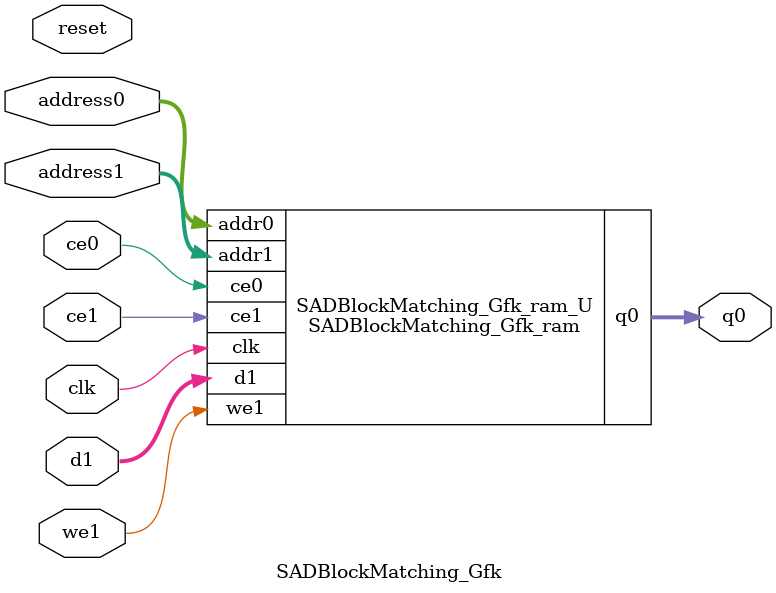
<source format=v>

`timescale 1 ns / 1 ps
module SADBlockMatching_Gfk_ram (addr0, ce0, q0, addr1, ce1, d1, we1,  clk);

parameter DWIDTH = 32;
parameter AWIDTH = 11;
parameter MEM_SIZE = 1292;

input[AWIDTH-1:0] addr0;
input ce0;
output reg[DWIDTH-1:0] q0;
input[AWIDTH-1:0] addr1;
input ce1;
input[DWIDTH-1:0] d1;
input we1;
input clk;

(* ram_style = "block" *)reg [DWIDTH-1:0] ram[0:MEM_SIZE-1];




always @(posedge clk)  
begin 
    if (ce0) 
    begin
            q0 <= ram[addr0];
    end
end


always @(posedge clk)  
begin 
    if (ce1) 
    begin
        if (we1) 
        begin 
            ram[addr1] <= d1; 
        end 
    end
end


endmodule


`timescale 1 ns / 1 ps
module SADBlockMatching_Gfk(
    reset,
    clk,
    address0,
    ce0,
    q0,
    address1,
    ce1,
    we1,
    d1);

parameter DataWidth = 32'd32;
parameter AddressRange = 32'd1292;
parameter AddressWidth = 32'd11;
input reset;
input clk;
input[AddressWidth - 1:0] address0;
input ce0;
output[DataWidth - 1:0] q0;
input[AddressWidth - 1:0] address1;
input ce1;
input we1;
input[DataWidth - 1:0] d1;



SADBlockMatching_Gfk_ram SADBlockMatching_Gfk_ram_U(
    .clk( clk ),
    .addr0( address0 ),
    .ce0( ce0 ),
    .q0( q0 ),
    .addr1( address1 ),
    .ce1( ce1 ),
    .d1( d1 ),
    .we1( we1 ));

endmodule


</source>
